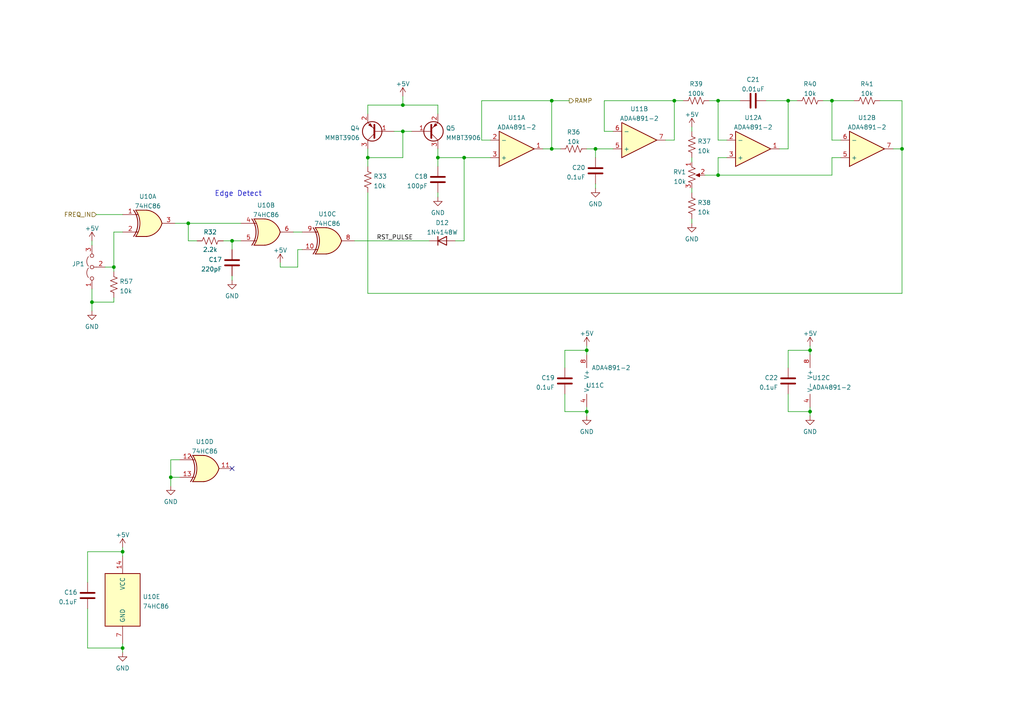
<source format=kicad_sch>
(kicad_sch (version 20211123) (generator eeschema)
  (paper "A4")
  (lib_symbols
    (symbol "74xx:74HC86" (pin_names (offset 1.016))
      (property "Reference" "U" (at 0 1.27 0))
      (property "Value" "74HC86" (at 0 -1.27 0))
      (symbol "74HC86_1_0"
        (arc (start -4.4196 -3.81) (mid -3.2033 0) (end -4.4196 3.81) (stroke (width 0.254)))
        (arc (start -3.81 -3.81) (mid -2.589 0) (end -3.81 3.81) (stroke (width 0.254)))
        (arc (start -0.6096 -3.81) (mid 2.1855 -2.584) (end 3.81 0) (stroke (width 0.254)) (fill (type background)))
        (polyline (pts (xy -3.81 -3.81) (xy -0.635 -3.81)) (stroke (width 0.254)) (fill (type background)))
        (polyline (pts (xy -3.81 3.81) (xy -0.635 3.81)) (stroke (width 0.254)) (fill (type background)))
        (polyline (pts (xy -0.635 3.81) (xy -3.81 3.81) (xy -3.81 3.81) (xy -3.556 3.4036) (xy -3.0226 2.2606) (xy -2.6924 1.0414) (xy -2.6162 -0.254) (xy -2.7686 -1.4986) (xy -3.175 -2.7178) (xy -3.81 -3.81) (xy -3.81 -3.81) (xy -0.635 -3.81)) (stroke (width -25.4)) (fill (type background)))
        (arc (start 3.81 0) (mid 2.1928 2.5925) (end -0.6096 3.81) (stroke (width 0.254)) (fill (type background)))
        (pin input line (at -7.62 2.54 0) (length 4.445) (name "~") (number "1"))
        (pin input line (at -7.62 -2.54 0) (length 4.445) (name "~") (number "2"))
        (pin output line (at 7.62 0 180) (length 3.81) (name "~") (number "3"))
      )
      (symbol "74HC86_1_1"
        (polyline (pts (xy -3.81 -2.54) (xy -3.175 -2.54)) (stroke (width 0.1524)))
        (polyline (pts (xy -3.81 2.54) (xy -3.175 2.54)) (stroke (width 0.1524)))
      )
      (symbol "74HC86_2_0"
        (arc (start -4.4196 -3.81) (mid -3.2033 0) (end -4.4196 3.81) (stroke (width 0.254)))
        (arc (start -3.81 -3.81) (mid -2.589 0) (end -3.81 3.81) (stroke (width 0.254)))
        (arc (start -0.6096 -3.81) (mid 2.1855 -2.584) (end 3.81 0) (stroke (width 0.254)) (fill (type background)))
        (polyline (pts (xy -3.81 -3.81) (xy -0.635 -3.81)) (stroke (width 0.254)) (fill (type background)))
        (polyline (pts (xy -3.81 3.81) (xy -0.635 3.81)) (stroke (width 0.254)) (fill (type background)))
        (polyline (pts (xy -0.635 3.81) (xy -3.81 3.81) (xy -3.81 3.81) (xy -3.556 3.4036) (xy -3.0226 2.2606) (xy -2.6924 1.0414) (xy -2.6162 -0.254) (xy -2.7686 -1.4986) (xy -3.175 -2.7178) (xy -3.81 -3.81) (xy -3.81 -3.81) (xy -0.635 -3.81)) (stroke (width -25.4)) (fill (type background)))
        (arc (start 3.81 0) (mid 2.1928 2.5925) (end -0.6096 3.81) (stroke (width 0.254)) (fill (type background)))
        (pin input line (at -7.62 2.54 0) (length 4.445) (name "~") (number "4"))
        (pin input line (at -7.62 -2.54 0) (length 4.445) (name "~") (number "5"))
        (pin output line (at 7.62 0 180) (length 3.81) (name "~") (number "6"))
      )
      (symbol "74HC86_2_1"
        (polyline (pts (xy -3.81 -2.54) (xy -3.175 -2.54)) (stroke (width 0.1524)))
        (polyline (pts (xy -3.81 2.54) (xy -3.175 2.54)) (stroke (width 0.1524)))
      )
      (symbol "74HC86_3_0"
        (arc (start -4.4196 -3.81) (mid -3.2033 0) (end -4.4196 3.81) (stroke (width 0.254)))
        (arc (start -3.81 -3.81) (mid -2.589 0) (end -3.81 3.81) (stroke (width 0.254)))
        (arc (start -0.6096 -3.81) (mid 2.1855 -2.584) (end 3.81 0) (stroke (width 0.254)) (fill (type background)))
        (polyline (pts (xy -3.81 -3.81) (xy -0.635 -3.81)) (stroke (width 0.254)) (fill (type background)))
        (polyline (pts (xy -3.81 3.81) (xy -0.635 3.81)) (stroke (width 0.254)) (fill (type background)))
        (polyline (pts (xy -0.635 3.81) (xy -3.81 3.81) (xy -3.81 3.81) (xy -3.556 3.4036) (xy -3.0226 2.2606) (xy -2.6924 1.0414) (xy -2.6162 -0.254) (xy -2.7686 -1.4986) (xy -3.175 -2.7178) (xy -3.81 -3.81) (xy -3.81 -3.81) (xy -0.635 -3.81)) (stroke (width -25.4)) (fill (type background)))
        (arc (start 3.81 0) (mid 2.1928 2.5925) (end -0.6096 3.81) (stroke (width 0.254)) (fill (type background)))
        (pin input line (at -7.62 -2.54 0) (length 4.445) (name "~") (number "10"))
        (pin output line (at 7.62 0 180) (length 3.81) (name "~") (number "8"))
        (pin input line (at -7.62 2.54 0) (length 4.445) (name "~") (number "9"))
      )
      (symbol "74HC86_3_1"
        (polyline (pts (xy -3.81 -2.54) (xy -3.175 -2.54)) (stroke (width 0.1524)))
        (polyline (pts (xy -3.81 2.54) (xy -3.175 2.54)) (stroke (width 0.1524)))
      )
      (symbol "74HC86_4_0"
        (arc (start -4.4196 -3.81) (mid -3.2033 0) (end -4.4196 3.81) (stroke (width 0.254)))
        (arc (start -3.81 -3.81) (mid -2.589 0) (end -3.81 3.81) (stroke (width 0.254)))
        (arc (start -0.6096 -3.81) (mid 2.1855 -2.584) (end 3.81 0) (stroke (width 0.254)) (fill (type background)))
        (polyline (pts (xy -3.81 -3.81) (xy -0.635 -3.81)) (stroke (width 0.254)) (fill (type background)))
        (polyline (pts (xy -3.81 3.81) (xy -0.635 3.81)) (stroke (width 0.254)) (fill (type background)))
        (polyline (pts (xy -0.635 3.81) (xy -3.81 3.81) (xy -3.81 3.81) (xy -3.556 3.4036) (xy -3.0226 2.2606) (xy -2.6924 1.0414) (xy -2.6162 -0.254) (xy -2.7686 -1.4986) (xy -3.175 -2.7178) (xy -3.81 -3.81) (xy -3.81 -3.81) (xy -0.635 -3.81)) (stroke (width -25.4)) (fill (type background)))
        (arc (start 3.81 0) (mid 2.1928 2.5925) (end -0.6096 3.81) (stroke (width 0.254)) (fill (type background)))
        (pin output line (at 7.62 0 180) (length 3.81) (name "~") (number "11"))
        (pin input line (at -7.62 2.54 0) (length 4.445) (name "~") (number "12"))
        (pin input line (at -7.62 -2.54 0) (length 4.445) (name "~") (number "13"))
      )
      (symbol "74HC86_4_1"
        (polyline (pts (xy -3.81 -2.54) (xy -3.175 -2.54)) (stroke (width 0.1524)))
        (polyline (pts (xy -3.81 2.54) (xy -3.175 2.54)) (stroke (width 0.1524)))
      )
      (symbol "74HC86_5_0"
        (pin power_in line (at 0 12.7 270) (length 5.08) (name "VCC") (number "14"))
        (pin power_in line (at 0 -12.7 90) (length 5.08) (name "GND") (number "7"))
      )
      (symbol "74HC86_5_1"
        (rectangle (start -5.08 7.62) (end 5.08 -7.62) (stroke (width 0.254)) (fill (type background)))
      )
    )
    (symbol "Device:C" (pin_numbers hide) (pin_names (offset 0.254))
      (property "Reference" "C" (at 0.635 2.54 0))
      (property "Value" "C" (at 0.635 -2.54 0))
      (symbol "C_0_1"
        (polyline (pts (xy -2.032 -0.762) (xy 2.032 -0.762)) (stroke (width 0.508)))
        (polyline (pts (xy -2.032 0.762) (xy 2.032 0.762)) (stroke (width 0.508)))
      )
      (symbol "C_1_1"
        (pin passive line (at 0 3.81 270) (length 2.794) (name "~") (number "1"))
        (pin passive line (at 0 -3.81 90) (length 2.794) (name "~") (number "2"))
      )
    )
    (symbol "Device:Opamp_Dual"
      (property "Reference" "U" (at 0 5.08 0))
      (property "Value" "Opamp_Dual" (at 0 -5.08 0))
      (symbol "Opamp_Dual_1_1"
        (polyline (pts (xy -5.08 5.08) (xy 5.08 0) (xy -5.08 -5.08) (xy -5.08 5.08)) (stroke (width 0.254)) (fill (type background)))
        (pin output line (at 7.62 0 180) (length 2.54) (name "~") (number "1"))
        (pin input line (at -7.62 -2.54 0) (length 2.54) (name "-") (number "2"))
        (pin input line (at -7.62 2.54 0) (length 2.54) (name "+") (number "3"))
      )
      (symbol "Opamp_Dual_2_1"
        (polyline (pts (xy -5.08 5.08) (xy 5.08 0) (xy -5.08 -5.08) (xy -5.08 5.08)) (stroke (width 0.254)) (fill (type background)))
        (pin input line (at -7.62 2.54 0) (length 2.54) (name "+") (number "5"))
        (pin input line (at -7.62 -2.54 0) (length 2.54) (name "-") (number "6"))
        (pin output line (at 7.62 0 180) (length 2.54) (name "~") (number "7"))
      )
      (symbol "Opamp_Dual_3_1"
        (pin power_in line (at -2.54 -7.62 90) (length 3.81) (name "V-") (number "4"))
        (pin power_in line (at -2.54 7.62 270) (length 3.81) (name "V+") (number "8"))
      )
    )
    (symbol "Device:R_Potentiometer_US" (pin_names (offset 1.016) hide)
      (property "Reference" "RV" (at -4.445 0 90))
      (property "Value" "R_Potentiometer_US" (at -2.54 0 90))
      (symbol "R_Potentiometer_US_0_1"
        (polyline (pts (xy 0 -2.286) (xy 0 -2.54)))
        (polyline (pts (xy 0 2.54) (xy 0 2.286)))
        (polyline (pts (xy 2.54 0) (xy 1.524 0)))
        (polyline (pts (xy 1.143 0) (xy 2.286 0.508) (xy 2.286 -0.508) (xy 1.143 0)) (fill (type outline)))
        (polyline (pts (xy 0 -0.762) (xy 1.016 -1.143) (xy 0 -1.524) (xy -1.016 -1.905) (xy 0 -2.286)))
        (polyline (pts (xy 0 0.762) (xy 1.016 0.381) (xy 0 0) (xy -1.016 -0.381) (xy 0 -0.762)))
        (polyline (pts (xy 0 2.286) (xy 1.016 1.905) (xy 0 1.524) (xy -1.016 1.143) (xy 0 0.762)))
      )
      (symbol "R_Potentiometer_US_1_1"
        (pin passive line (at 0 3.81 270) (length 1.27) (name "1") (number "1"))
        (pin passive line (at 3.81 0 180) (length 1.27) (name "2") (number "2"))
        (pin passive line (at 0 -3.81 90) (length 1.27) (name "3") (number "3"))
      )
    )
    (symbol "Device:R_US" (pin_numbers hide) (pin_names (offset 0))
      (property "Reference" "R" (at 2.54 0 90))
      (property "Value" "R_US" (at -2.54 0 90))
      (symbol "R_US_0_1"
        (polyline (pts (xy 0 -2.286) (xy 0 -2.54)))
        (polyline (pts (xy 0 2.286) (xy 0 2.54)))
        (polyline (pts (xy 0 -0.762) (xy 1.016 -1.143) (xy 0 -1.524) (xy -1.016 -1.905) (xy 0 -2.286)))
        (polyline (pts (xy 0 0.762) (xy 1.016 0.381) (xy 0 0) (xy -1.016 -0.381) (xy 0 -0.762)))
        (polyline (pts (xy 0 2.286) (xy 1.016 1.905) (xy 0 1.524) (xy -1.016 1.143) (xy 0 0.762)))
      )
      (symbol "R_US_1_1"
        (pin passive line (at 0 3.81 270) (length 1.27) (name "~") (number "1"))
        (pin passive line (at 0 -3.81 90) (length 1.27) (name "~") (number "2"))
      )
    )
    (symbol "Diode:1N4148W" (pin_numbers hide) (pin_names (offset 1.016) hide)
      (property "Reference" "D" (at 0 2.54 0))
      (property "Value" "1N4148W" (at 0 -2.54 0))
      (symbol "1N4148W_0_1"
        (polyline (pts (xy -1.27 1.27) (xy -1.27 -1.27)) (stroke (width 0.254)))
        (polyline (pts (xy 1.27 0) (xy -1.27 0)))
        (polyline (pts (xy 1.27 1.27) (xy 1.27 -1.27) (xy -1.27 0) (xy 1.27 1.27)) (stroke (width 0.254)))
      )
      (symbol "1N4148W_1_1"
        (pin passive line (at -3.81 0 0) (length 2.54) (name "K") (number "1"))
        (pin passive line (at 3.81 0 180) (length 2.54) (name "A") (number "2"))
      )
    )
    (symbol "Jumper:Jumper_3_Open" (pin_names (offset 0) hide)
      (property "Reference" "JP" (at -2.54 -2.54 0))
      (property "Value" "Jumper_3_Open" (at 0 2.794 0))
      (symbol "Jumper_3_Open_0_0"
        (circle (center -3.302 0) (radius 0.508))
        (circle (center 0 0) (radius 0.508))
        (circle (center 3.302 0) (radius 0.508))
      )
      (symbol "Jumper_3_Open_0_1"
        (arc (start -0.254 1.016) (mid -1.651 1.4992) (end -3.048 1.016))
        (polyline (pts (xy 0 -0.508) (xy 0 -1.27)))
        (arc (start 3.048 1.016) (mid 1.651 1.4992) (end 0.254 1.016))
      )
      (symbol "Jumper_3_Open_1_1"
        (pin passive line (at -6.35 0 0) (length 2.54) (name "A") (number "1"))
        (pin input line (at 0 -3.81 90) (length 2.54) (name "C") (number "2"))
        (pin passive line (at 6.35 0 180) (length 2.54) (name "B") (number "3"))
      )
    )
    (symbol "Transistor_BJT:MMBT3906" (pin_names (offset 0) hide)
      (property "Reference" "Q" (at 5.08 1.905 0))
      (property "Value" "MMBT3906" (at 5.08 0 0))
      (symbol "MMBT3906_0_1"
        (polyline (pts (xy 0.635 0.635) (xy 2.54 2.54)))
        (polyline (pts (xy 0.635 -0.635) (xy 2.54 -2.54) (xy 2.54 -2.54)))
        (polyline (pts (xy 0.635 1.905) (xy 0.635 -1.905) (xy 0.635 -1.905)) (stroke (width 0.508)))
        (polyline (pts (xy 2.286 -1.778) (xy 1.778 -2.286) (xy 1.27 -1.27) (xy 2.286 -1.778) (xy 2.286 -1.778)) (fill (type outline)))
        (circle (center 1.27 0) (radius 2.8194) (stroke (width 0.254)))
      )
      (symbol "MMBT3906_1_1"
        (pin input line (at -5.08 0 0) (length 5.715) (name "B") (number "1"))
        (pin passive line (at 2.54 -5.08 90) (length 2.54) (name "E") (number "2"))
        (pin passive line (at 2.54 5.08 270) (length 2.54) (name "C") (number "3"))
      )
    )
    (symbol "power:+5V" (power) (pin_names (offset 0))
      (property "Value" "+5V" (at 0 3.556 0))
      (symbol "+5V_0_1"
        (polyline (pts (xy -0.762 1.27) (xy 0 2.54)))
        (polyline (pts (xy 0 0) (xy 0 2.54)))
        (polyline (pts (xy 0 2.54) (xy 0.762 1.27)))
      )
      (symbol "+5V_1_1"
        (pin power_in line (at 0 0 90) (length 0) hide (name "+5V") (number "1"))
      )
    )
    (symbol "power:GND" (power) (pin_names (offset 0))
      (property "Value" "GND" (at 0 -3.81 0))
      (symbol "GND_0_1"
        (polyline (pts (xy 0 0) (xy 0 -1.27) (xy 1.27 -1.27) (xy 0 -2.54) (xy -1.27 -1.27) (xy 0 -1.27)))
      )
      (symbol "GND_1_1"
        (pin power_in line (at 0 0 270) (length 0) hide (name "GND") (number "1"))
      )
    )
  )
  (junction (at 106.68 45.72))
  (junction (at 134.62 45.72))
  (junction (at 160.02 29.21))
  (junction (at 195.58 29.21))
  (junction (at 49.53 138.43))
  (junction (at 170.18 101.6))
  (junction (at 35.56 160.02))
  (junction (at 234.95 119.38))
  (junction (at 172.72 43.18))
  (junction (at 241.3 29.21))
  (junction (at 228.6 29.21))
  (junction (at 67.31 69.85))
  (junction (at 33.02 77.47))
  (junction (at 54.61 64.77))
  (junction (at 26.67 87.63))
  (junction (at 35.56 187.96))
  (junction (at 127 45.72))
  (junction (at 116.84 30.48))
  (junction (at 160.02 43.18))
  (junction (at 116.84 38.1))
  (junction (at 208.28 29.21))
  (junction (at 170.18 119.38))
  (junction (at 208.28 50.8))
  (junction (at 234.95 101.6))
  (junction (at 261.62 43.18))
  (no_connect (at 67.31 135.89))
  (wire (pts (xy 228.6 119.38) (xy 234.95 119.38)))
  (wire (pts (xy 106.68 45.72) (xy 116.84 45.72)))
  (wire (pts (xy 106.68 45.72) (xy 106.68 48.26)))
  (wire (pts (xy 116.84 38.1) (xy 119.38 38.1)))
  (wire (pts (xy 35.56 158.75) (xy 35.56 160.02)))
  (wire (pts (xy 33.02 87.63) (xy 26.67 87.63)))
  (wire (pts (xy 30.48 77.47) (xy 33.02 77.47)))
  (wire (pts (xy 228.6 29.21) (xy 231.14 29.21)))
  (wire (pts (xy 106.68 55.88) (xy 106.68 85.09)))
  (wire (pts (xy 139.7 29.21) (xy 160.02 29.21)))
  (wire (pts (xy 200.66 63.5) (xy 200.66 64.77)))
  (wire (pts (xy 127 55.88) (xy 127 57.15)))
  (wire (pts (xy 35.56 187.96) (xy 35.56 189.23)))
  (wire (pts (xy 116.84 30.48) (xy 127 30.48)))
  (wire (pts (xy 64.77 69.85) (xy 67.31 69.85)))
  (wire (pts (xy 106.68 43.18) (xy 106.68 45.72)))
  (wire (pts (xy 127 43.18) (xy 127 45.72)))
  (wire (pts (xy 163.83 119.38) (xy 170.18 119.38)))
  (wire (pts (xy 35.56 187.96) (xy 35.56 186.69)))
  (wire (pts (xy 102.87 69.85) (xy 124.46 69.85)))
  (wire (pts (xy 67.31 69.85) (xy 69.85 69.85)))
  (wire (pts (xy 204.47 50.8) (xy 208.28 50.8)))
  (wire (pts (xy 127 45.72) (xy 134.62 45.72)))
  (wire (pts (xy 228.6 114.3) (xy 228.6 119.38)))
  (wire (pts (xy 234.95 119.38) (xy 234.95 118.11)))
  (wire (pts (xy 49.53 133.35) (xy 49.53 138.43)))
  (wire (pts (xy 226.06 43.18) (xy 228.6 43.18)))
  (wire (pts (xy 170.18 100.33) (xy 170.18 101.6)))
  (wire (pts (xy 160.02 43.18) (xy 157.48 43.18)))
  (wire (pts (xy 255.27 29.21) (xy 261.62 29.21)))
  (wire (pts (xy 163.83 106.68) (xy 163.83 101.6)))
  (wire (pts (xy 208.28 50.8) (xy 208.28 45.72)))
  (wire (pts (xy 116.84 30.48) (xy 116.84 27.94)))
  (wire (pts (xy 160.02 43.18) (xy 162.56 43.18)))
  (wire (pts (xy 49.53 138.43) (xy 52.07 138.43)))
  (wire (pts (xy 106.68 30.48) (xy 116.84 30.48)))
  (wire (pts (xy 208.28 45.72) (xy 210.82 45.72)))
  (wire (pts (xy 177.8 38.1) (xy 175.26 38.1)))
  (wire (pts (xy 134.62 45.72) (xy 134.62 69.85)))
  (wire (pts (xy 261.62 29.21) (xy 261.62 43.18)))
  (wire (pts (xy 81.28 76.2) (xy 81.28 77.47)))
  (wire (pts (xy 228.6 106.68) (xy 228.6 101.6)))
  (wire (pts (xy 49.53 138.43) (xy 49.53 140.97)))
  (wire (pts (xy 170.18 101.6) (xy 170.18 102.87)))
  (wire (pts (xy 243.84 40.64) (xy 241.3 40.64)))
  (wire (pts (xy 54.61 64.77) (xy 54.61 69.85)))
  (wire (pts (xy 54.61 69.85) (xy 57.15 69.85)))
  (wire (pts (xy 127 45.72) (xy 127 48.26)))
  (wire (pts (xy 234.95 101.6) (xy 234.95 102.87)))
  (wire (pts (xy 26.67 87.63) (xy 26.67 90.17)))
  (wire (pts (xy 241.3 45.72) (xy 241.3 50.8)))
  (wire (pts (xy 114.3 38.1) (xy 116.84 38.1)))
  (wire (pts (xy 33.02 86.36) (xy 33.02 87.63)))
  (wire (pts (xy 228.6 43.18) (xy 228.6 29.21)))
  (wire (pts (xy 172.72 43.18) (xy 177.8 43.18)))
  (wire (pts (xy 241.3 29.21) (xy 247.65 29.21)))
  (wire (pts (xy 259.08 43.18) (xy 261.62 43.18)))
  (wire (pts (xy 139.7 40.64) (xy 139.7 29.21)))
  (wire (pts (xy 163.83 114.3) (xy 163.83 119.38)))
  (wire (pts (xy 160.02 29.21) (xy 165.1 29.21)))
  (wire (pts (xy 49.53 133.35) (xy 52.07 133.35)))
  (wire (pts (xy 163.83 101.6) (xy 170.18 101.6)))
  (wire (pts (xy 85.09 67.31) (xy 87.63 67.31)))
  (wire (pts (xy 234.95 120.65) (xy 234.95 119.38)))
  (wire (pts (xy 86.36 72.39) (xy 86.36 77.47)))
  (wire (pts (xy 208.28 29.21) (xy 214.63 29.21)))
  (wire (pts (xy 35.56 160.02) (xy 35.56 161.29)))
  (wire (pts (xy 195.58 29.21) (xy 198.12 29.21)))
  (wire (pts (xy 210.82 40.64) (xy 208.28 40.64)))
  (wire (pts (xy 241.3 50.8) (xy 208.28 50.8)))
  (wire (pts (xy 25.4 176.53) (xy 25.4 187.96)))
  (wire (pts (xy 142.24 40.64) (xy 139.7 40.64)))
  (wire (pts (xy 33.02 77.47) (xy 33.02 78.74)))
  (wire (pts (xy 26.67 83.82) (xy 26.67 87.63)))
  (wire (pts (xy 127 30.48) (xy 127 33.02)))
  (wire (pts (xy 25.4 187.96) (xy 35.56 187.96)))
  (wire (pts (xy 86.36 77.47) (xy 81.28 77.47)))
  (wire (pts (xy 195.58 29.21) (xy 195.58 40.64)))
  (wire (pts (xy 228.6 29.21) (xy 222.25 29.21)))
  (wire (pts (xy 33.02 67.31) (xy 33.02 77.47)))
  (wire (pts (xy 170.18 120.65) (xy 170.18 119.38)))
  (wire (pts (xy 175.26 29.21) (xy 195.58 29.21)))
  (wire (pts (xy 25.4 160.02) (xy 35.56 160.02)))
  (wire (pts (xy 238.76 29.21) (xy 241.3 29.21)))
  (wire (pts (xy 200.66 45.72) (xy 200.66 46.99)))
  (wire (pts (xy 241.3 40.64) (xy 241.3 29.21)))
  (wire (pts (xy 67.31 80.01) (xy 67.31 81.28)))
  (wire (pts (xy 172.72 45.72) (xy 172.72 43.18)))
  (wire (pts (xy 132.08 69.85) (xy 134.62 69.85)))
  (wire (pts (xy 261.62 85.09) (xy 261.62 43.18)))
  (wire (pts (xy 205.74 29.21) (xy 208.28 29.21)))
  (wire (pts (xy 243.84 45.72) (xy 241.3 45.72)))
  (wire (pts (xy 172.72 53.34) (xy 172.72 54.61)))
  (wire (pts (xy 106.68 85.09) (xy 261.62 85.09)))
  (wire (pts (xy 228.6 101.6) (xy 234.95 101.6)))
  (wire (pts (xy 200.66 36.83) (xy 200.66 38.1)))
  (wire (pts (xy 27.94 62.23) (xy 35.56 62.23)))
  (wire (pts (xy 200.66 54.61) (xy 200.66 55.88)))
  (wire (pts (xy 25.4 168.91) (xy 25.4 160.02)))
  (wire (pts (xy 172.72 43.18) (xy 170.18 43.18)))
  (wire (pts (xy 234.95 100.33) (xy 234.95 101.6)))
  (wire (pts (xy 134.62 45.72) (xy 142.24 45.72)))
  (wire (pts (xy 170.18 119.38) (xy 170.18 118.11)))
  (wire (pts (xy 195.58 40.64) (xy 193.04 40.64)))
  (wire (pts (xy 67.31 69.85) (xy 67.31 72.39)))
  (wire (pts (xy 87.63 72.39) (xy 86.36 72.39)))
  (wire (pts (xy 116.84 45.72) (xy 116.84 38.1)))
  (wire (pts (xy 208.28 29.21) (xy 208.28 40.64)))
  (wire (pts (xy 106.68 33.02) (xy 106.68 30.48)))
  (wire (pts (xy 50.8 64.77) (xy 54.61 64.77)))
  (wire (pts (xy 175.26 38.1) (xy 175.26 29.21)))
  (wire (pts (xy 33.02 67.31) (xy 35.56 67.31)))
  (wire (pts (xy 54.61 64.77) (xy 69.85 64.77)))
  (wire (pts (xy 26.67 69.85) (xy 26.67 71.12)))
  (wire (pts (xy 160.02 29.21) (xy 160.02 43.18)))
  (text "Edge Detect" (at 62.23 57.15 0) (effects (font (size 1.5 1.5)) (justify left bottom)))
  (label "RST_PULSE" (at 109.22 69.85 0))
  (hierarchical_label "RAMP" (shape output) (at 165.1 29.21 0))
  (hierarchical_label "FREQ_IN" (shape input) (at 27.94 62.23 180))
  (symbol (lib_id "Device:C") (at 67.31 76.2 0) (unit 1)
    (property "Reference" "C17" (at 64.389 75.2915 0) (effects (justify right)))
    (property "Value" "220pF" (at 64.389 78.0666 0) (effects (justify right)))
    (property "Footprint" "Capacitor_SMD:C_0603_1608Metric" (effects hide))
  )
  (symbol (lib_id "Device:R_US") (at 200.66 41.91 180) (unit 1)
    (property "Reference" "R37" (at 202.311 41.0015 0) (effects (justify right)))
    (property "Value" "10k" (at 202.311 43.7766 0) (effects (justify right)))
    (property "Footprint" "Resistor_SMD:R_0805_2012Metric" (effects hide))
  )
  (symbol (lib_id "Transistor_BJT:MMBT3906") (at 124.46 38.1 0) (mirror x) (unit 1)
    (property "Reference" "Q5" (at 129.3114 37.1915 0) (effects (justify left)))
    (property "Value" "MMBT3906" (at 129.3114 39.9666 0) (effects (justify left)))
    (property "Footprint" "Repowered_TO-SOT-SMD:SOT-23" (effects hide))
    (property "Datasheet" "https://www.onsemi.com/pub/Collateral/2N3906-D.PDF" (effects hide))
  )
  (symbol (lib_id "Device:C") (at 228.6 110.49 0) (unit 1)
    (property "Reference" "C22" (at 225.679 109.5815 0) (effects (justify right)))
    (property "Value" "0.1uF" (at 225.679 112.3566 0) (effects (justify right)))
    (property "Footprint" "Capacitor_SMD:C_0603_1608Metric" (effects hide))
  )
  (symbol (lib_id "74xx:74HC86") (at 43.18 64.77 0) (unit 1)
    (property "Reference" "U10" (at 42.8752 56.9935 0))
    (property "Value" "74HC86" (at 42.8752 59.7686 0))
    (property "Footprint" "Package_SO:SOIC-14_3.9x8.7mm_P1.27mm" (effects hide))
    (property "Datasheet" "http://www.ti.com/lit/gpn/sn74HC86" (effects hide))
  )
  (symbol (lib_id "Device:R_US") (at 106.68 52.07 0) (unit 1)
    (property "Reference" "R33" (at 108.331 51.1615 0) (effects (justify left)))
    (property "Value" "10k" (at 108.331 53.9366 0) (effects (justify left)))
    (property "Footprint" "Resistor_SMD:R_0805_2012Metric" (effects hide))
  )
  (symbol (lib_id "74xx:74HC86") (at 95.25 69.85 0) (unit 3)
    (property "Reference" "U10" (at 94.9452 62.0735 0))
    (property "Value" "74HC86" (at 94.9452 64.8486 0))
    (property "Footprint" "Package_SO:SOIC-14_3.9x8.7mm_P1.27mm" (effects hide))
    (property "Datasheet" "http://www.ti.com/lit/gpn/sn74HC86" (effects hide))
  )
  (symbol (lib_id "power:+5V") (at 35.56 158.75 0) (unit 1)
    (property "Reference" "#PWR043" (effects hide))
    (property "Value" "+5V" (at 35.56 155.1455 0))
  )
  (symbol (lib_id "Transistor_BJT:MMBT3906") (at 109.22 38.1 180) (unit 1)
    (property "Reference" "Q4" (at 104.3686 37.1915 0) (effects (justify left)))
    (property "Value" "MMBT3906" (at 104.3686 39.9666 0) (effects (justify left)))
    (property "Footprint" "Repowered_TO-SOT-SMD:SOT-23" (effects hide))
    (property "Datasheet" "https://www.onsemi.com/pub/Collateral/2N3906-D.PDF" (effects hide))
  )
  (symbol (lib_id "Device:Opamp_Dual") (at 172.72 110.49 0) (unit 3)
    (property "Reference" "U11" (at 175.26 111.76 0) (effects (justify right)))
    (property "Value" "ADA4891-2" (at 182.88 106.68 0) (effects (justify right)))
    (property "Footprint" "Package_SO:SOIC-8_3.9x4.9mm_P1.27mm" (effects hide))
  )
  (symbol (lib_id "74xx:74HC86") (at 59.69 135.89 0) (unit 4)
    (property "Reference" "U10" (at 59.3852 128.1135 0))
    (property "Value" "74HC86" (at 59.3852 130.8886 0))
    (property "Footprint" "Package_SO:SOIC-14_3.9x8.7mm_P1.27mm" (effects hide))
    (property "Datasheet" "http://www.ti.com/lit/gpn/sn74HC86" (effects hide))
  )
  (symbol (lib_id "74xx:74HC86") (at 35.56 173.99 0) (unit 5)
    (property "Reference" "U10" (at 41.402 173.0815 0) (effects (justify left)))
    (property "Value" "74HC86" (at 41.402 175.8566 0) (effects (justify left)))
    (property "Footprint" "Package_SO:SOIC-14_3.9x8.7mm_P1.27mm" (effects hide))
    (property "Datasheet" "http://www.ti.com/lit/gpn/sn74HC86" (effects hide))
  )
  (symbol (lib_id "power:GND") (at 170.18 120.65 0) (unit 1)
    (property "Reference" "#PWR051" (effects hide))
    (property "Value" "GND" (at 170.18 125.2125 0))
  )
  (symbol (lib_id "Device:Opamp_Dual") (at 185.42 40.64 0) (mirror x) (unit 2)
    (property "Reference" "U11" (at 185.42 31.5935 0))
    (property "Value" "ADA4891-2" (at 185.42 34.3686 0))
    (property "Footprint" "Package_SO:SOIC-8_3.9x4.9mm_P1.27mm" (effects hide))
  )
  (symbol (lib_id "power:GND") (at 35.56 189.23 0) (unit 1)
    (property "Reference" "#PWR044" (effects hide))
    (property "Value" "GND" (at 35.56 193.7925 0))
  )
  (symbol (lib_id "Device:R_US") (at 33.02 82.55 180) (unit 1)
    (property "Reference" "R57" (at 34.671 81.6415 0) (effects (justify right)))
    (property "Value" "10k" (at 34.671 84.4166 0) (effects (justify right)))
    (property "Footprint" "Resistor_SMD:R_0805_2012Metric" (effects hide))
  )
  (symbol (lib_id "Device:R_US") (at 251.46 29.21 270) (unit 1)
    (property "Reference" "R41" (at 251.46 24.3545 90))
    (property "Value" "10k" (at 251.46 27.1296 90))
    (property "Footprint" "Resistor_SMD:R_0805_2012Metric" (effects hide))
  )
  (symbol (lib_id "power:+5V") (at 26.67 69.85 0) (unit 1)
    (property "Reference" "#PWR080" (effects hide))
    (property "Value" "+5V" (at 26.67 66.2455 0))
  )
  (symbol (lib_id "power:+5V") (at 81.28 76.2 0) (unit 1)
    (property "Reference" "#PWR049" (effects hide))
    (property "Value" "+5V" (at 81.28 72.5955 0))
  )
  (symbol (lib_id "Device:C") (at 25.4 172.72 0) (unit 1)
    (property "Reference" "C16" (at 22.479 171.8115 0) (effects (justify right)))
    (property "Value" "0.1uF" (at 22.479 174.5866 0) (effects (justify right)))
    (property "Footprint" "Capacitor_SMD:C_0603_1608Metric" (effects hide))
  )
  (symbol (lib_id "power:+5V") (at 234.95 100.33 0) (unit 1)
    (property "Reference" "#PWR055" (effects hide))
    (property "Value" "+5V" (at 234.95 96.7255 0))
  )
  (symbol (lib_id "Device:Opamp_Dual") (at 232.41 110.49 0) (mirror y) (unit 3)
    (property "Reference" "U12" (at 235.585 109.5815 0) (effects (justify right)))
    (property "Value" "ADA4891-2" (at 235.585 112.3566 0) (effects (justify right)))
    (property "Footprint" "Package_SO:SOIC-8_3.9x4.9mm_P1.27mm" (effects hide))
  )
  (symbol (lib_id "power:GND") (at 49.53 140.97 0) (unit 1)
    (property "Reference" "#PWR045" (effects hide))
    (property "Value" "GND" (at 49.53 145.5325 0))
  )
  (symbol (lib_id "Device:C") (at 172.72 49.53 0) (unit 1)
    (property "Reference" "C20" (at 169.799 48.6215 0) (effects (justify right)))
    (property "Value" "0.1uF" (at 169.799 51.3966 0) (effects (justify right)))
    (property "Footprint" "Capacitor_SMD:C_0603_1608Metric" (effects hide))
  )
  (symbol (lib_id "Device:C") (at 218.44 29.21 90) (unit 1)
    (property "Reference" "C21" (at 218.44 23.0845 90))
    (property "Value" "0.01uF" (at 218.44 25.8596 90))
    (property "Footprint" "Capacitor_SMD:C_0603_1608Metric" (effects hide))
  )
  (symbol (lib_id "Device:C") (at 163.83 110.49 0) (unit 1)
    (property "Reference" "C19" (at 160.909 109.5815 0) (effects (justify right)))
    (property "Value" "0.1uF" (at 160.909 112.3566 0) (effects (justify right)))
    (property "Footprint" "Capacitor_SMD:C_0603_1608Metric" (effects hide))
  )
  (symbol (lib_id "power:GND") (at 67.31 81.28 0) (unit 1)
    (property "Reference" "#PWR046" (effects hide))
    (property "Value" "GND" (at 67.31 85.8425 0))
  )
  (symbol (lib_id "Device:R_Potentiometer_US") (at 200.66 50.8 0) (unit 1)
    (property "Reference" "RV1" (at 199.0091 49.8915 0) (effects (justify right)))
    (property "Value" "10k" (at 199.0091 52.6666 0) (effects (justify right)))
    (property "Footprint" "Potentiometer_THT:Potentiometer_Bourns_3386P_Vertical" (effects hide))
  )
  (symbol (lib_id "Device:Opamp_Dual") (at 149.86 43.18 0) (mirror x) (unit 1)
    (property "Reference" "U11" (at 149.86 34.1335 0))
    (property "Value" "ADA4891-2" (at 149.86 36.9086 0))
    (property "Footprint" "Package_SO:SOIC-8_3.9x4.9mm_P1.27mm" (effects hide))
  )
  (symbol (lib_id "Device:R_US") (at 201.93 29.21 270) (unit 1)
    (property "Reference" "R39" (at 201.93 24.3545 90))
    (property "Value" "100k" (at 201.93 27.1296 90))
    (property "Footprint" "Resistor_SMD:R_0805_2012Metric" (effects hide))
  )
  (symbol (lib_id "Device:R_US") (at 234.95 29.21 270) (unit 1)
    (property "Reference" "R40" (at 234.95 24.3545 90))
    (property "Value" "10k" (at 234.95 27.1296 90))
    (property "Footprint" "Resistor_SMD:R_0805_2012Metric" (effects hide))
  )
  (symbol (lib_id "power:GND") (at 127 57.15 0) (unit 1)
    (property "Reference" "#PWR048" (effects hide))
    (property "Value" "GND" (at 127 61.7125 0))
  )
  (symbol (lib_id "Device:R_US") (at 60.96 69.85 270) (unit 1)
    (property "Reference" "R32" (at 60.96 67.31 90))
    (property "Value" "2.2k" (at 60.96 72.39 90))
    (property "Footprint" "Resistor_SMD:R_0805_2012Metric" (effects hide))
  )
  (symbol (lib_id "power:GND") (at 234.95 120.65 0) (unit 1)
    (property "Reference" "#PWR056" (effects hide))
    (property "Value" "GND" (at 234.95 125.2125 0))
  )
  (symbol (lib_id "power:+5V") (at 200.66 36.83 0) (unit 1)
    (property "Reference" "#PWR053" (effects hide))
    (property "Value" "+5V" (at 200.66 33.2255 0))
  )
  (symbol (lib_id "Device:Opamp_Dual") (at 218.44 43.18 0) (mirror x) (unit 1)
    (property "Reference" "U12" (at 218.44 34.1335 0))
    (property "Value" "ADA4891-2" (at 218.44 36.9086 0))
    (property "Footprint" "Package_SO:SOIC-8_3.9x4.9mm_P1.27mm" (effects hide))
  )
  (symbol (lib_id "74xx:74HC86") (at 77.47 67.31 0) (unit 2)
    (property "Reference" "U10" (at 77.1652 59.5335 0))
    (property "Value" "74HC86" (at 77.1652 62.3086 0))
    (property "Footprint" "Package_SO:SOIC-14_3.9x8.7mm_P1.27mm" (effects hide))
    (property "Datasheet" "http://www.ti.com/lit/gpn/sn74HC86" (effects hide))
  )
  (symbol (lib_id "Diode:1N4148W") (at 128.27 69.85 0) (unit 1)
    (property "Reference" "D12" (at 128.27 64.6135 0))
    (property "Value" "1N4148W" (at 128.27 67.3886 0))
    (property "Footprint" "Diode_SMD:D_SOD-123" (effects hide))
    (property "Datasheet" "https://www.vishay.com/docs/85748/1n4148w.pdf" (effects hide))
  )
  (symbol (lib_id "power:+5V") (at 116.84 27.94 0) (unit 1)
    (property "Reference" "#PWR047" (effects hide))
    (property "Value" "+5V" (at 116.84 24.3355 0))
  )
  (symbol (lib_id "Jumper:Jumper_3_Open") (at 26.67 77.47 90) (unit 1)
    (property "Reference" "JP1" (at 24.5359 76.5615 90) (effects (justify left)))
    (property "Value" "Jumper_3_Open" (effects hide))
    (property "Footprint" "Connector_PinHeader_2.54mm:PinHeader_1x03_P2.54mm_Vertical" (effects hide))
  )
  (symbol (lib_id "power:GND") (at 200.66 64.77 0) (unit 1)
    (property "Reference" "#PWR054" (effects hide))
    (property "Value" "GND" (at 200.66 69.3325 0))
  )
  (symbol (lib_id "Device:R_US") (at 200.66 59.69 180) (unit 1)
    (property "Reference" "R38" (at 202.311 58.7815 0) (effects (justify right)))
    (property "Value" "10k" (at 202.311 61.5566 0) (effects (justify right)))
    (property "Footprint" "Resistor_SMD:R_0805_2012Metric" (effects hide))
  )
  (symbol (lib_id "power:GND") (at 26.67 90.17 0) (unit 1)
    (property "Reference" "#PWR081" (effects hide))
    (property "Value" "GND" (at 26.67 94.7325 0))
  )
  (symbol (lib_id "Device:Opamp_Dual") (at 251.46 43.18 0) (mirror x) (unit 2)
    (property "Reference" "U12" (at 251.46 34.1335 0))
    (property "Value" "ADA4891-2" (at 251.46 36.9086 0))
    (property "Footprint" "Package_SO:SOIC-8_3.9x4.9mm_P1.27mm" (effects hide))
  )
  (symbol (lib_id "Device:C") (at 127 52.07 0) (unit 1)
    (property "Reference" "C18" (at 124.079 51.1615 0) (effects (justify right)))
    (property "Value" "100pF" (at 124.079 53.9366 0) (effects (justify right)))
    (property "Footprint" "Capacitor_SMD:C_0603_1608Metric" (effects hide))
  )
  (symbol (lib_id "power:+5V") (at 170.18 100.33 0) (unit 1)
    (property "Reference" "#PWR050" (effects hide))
    (property "Value" "+5V" (at 170.18 96.7255 0))
  )
  (symbol (lib_id "Device:R_US") (at 166.37 43.18 90) (unit 1)
    (property "Reference" "R36" (at 166.37 38.3245 90))
    (property "Value" "10k" (at 166.37 41.0996 90))
    (property "Footprint" "Resistor_SMD:R_0805_2012Metric" (effects hide))
  )
  (symbol (lib_id "power:GND") (at 172.72 54.61 0) (unit 1)
    (property "Reference" "#PWR052" (effects hide))
    (property "Value" "GND" (at 172.72 59.1725 0))
  )
)
</source>
